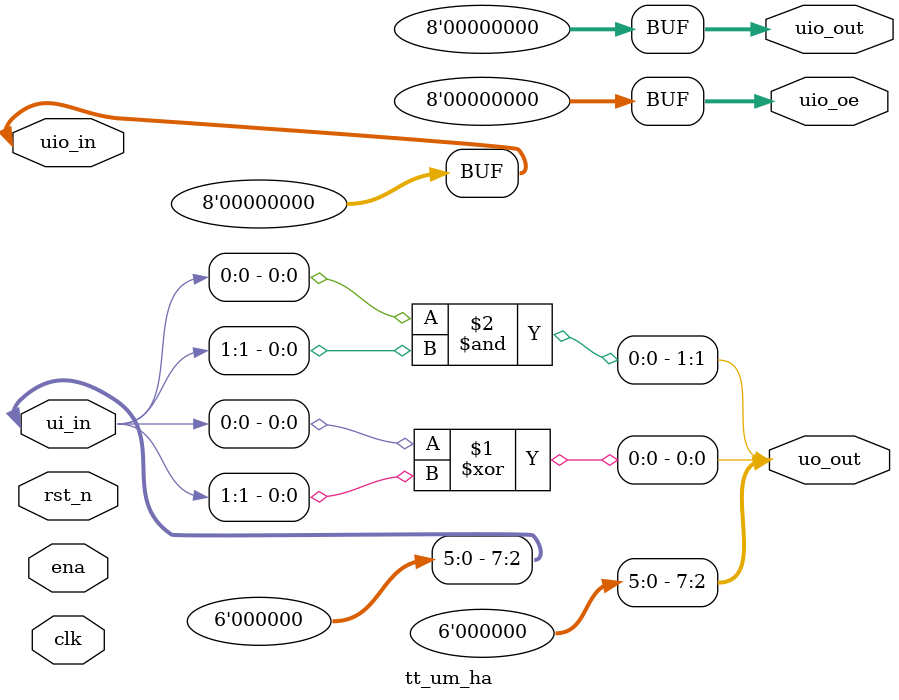
<source format=v>
/*
 * Copyright (c) 2024 Your Name
 * SPDX-License-Identifier: Apache-2.0
 */

`define default_netname none

module tt_um_ha (
    input  wire [7:0] ui_in,    // Dedicated inputs
    output wire [7:0] uo_out,   // Dedicated outputs
    input  wire [7:0] uio_in,   // IOs: Input path
    output wire [7:0] uio_out,  // IOs: Output path
    output wire [7:0] uio_oe,   // IOs: Enable path (active high: 0=input, 1=output)
    input  wire       ena,      // will go high when the design is enabled
    input  wire       clk,      // clock
    input  wire       rst_n     // reset_n - low to reset
);

  // All output pins must be assigned. If not used, assign to 0.
  //assign uo_out  = ui_in + uio_in;  // Example: ou_out is the sum of ui_in and uio_in
    assign ui_in[7:2]=6'b000000;
    assign uo_out[7:2]=6'b000000;
    assign uio_in = 0;
assign uio_out = 0;
assign uio_oe  = 0;  
    assign uo_out[0]=ui_in[0] ^ ui_in[1];
    assign uo_out[1] = ui_in[0] & ui_in[1];
endmodule

</source>
